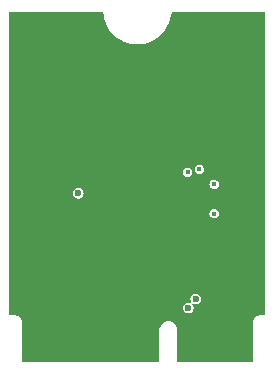
<source format=gbr>
%TF.GenerationSoftware,KiCad,Pcbnew,7.0.11-7.0.11~ubuntu22.04.1*%
%TF.CreationDate,2024-05-19T21:46:35+02:00*%
%TF.ProjectId,m.2_usd,6d2e325f-7573-4642-9e6b-696361645f70,rev?*%
%TF.SameCoordinates,Original*%
%TF.FileFunction,Copper,L2,Inr*%
%TF.FilePolarity,Positive*%
%FSLAX46Y46*%
G04 Gerber Fmt 4.6, Leading zero omitted, Abs format (unit mm)*
G04 Created by KiCad (PCBNEW 7.0.11-7.0.11~ubuntu22.04.1) date 2024-05-19 21:46:35*
%MOMM*%
%LPD*%
G01*
G04 APERTURE LIST*
%TA.AperFunction,ViaPad*%
%ADD10C,0.600000*%
%TD*%
%TA.AperFunction,ViaPad*%
%ADD11C,0.450000*%
%TD*%
G04 APERTURE END LIST*
D10*
%TO.N,GND*%
X3575000Y7925000D03*
X-2500000Y10650000D03*
X-1150000Y9500000D03*
X-350000Y9550000D03*
X-2500000Y14150000D03*
X2750000Y18750000D03*
X1100000Y18750000D03*
X-2500000Y18450000D03*
X-700000Y19000000D03*
X4100000Y3800000D03*
X4100000Y3050000D03*
X7950000Y6675000D03*
X7950000Y4925000D03*
X7950000Y5800000D03*
X7950000Y7550000D03*
X7950000Y4050000D03*
X7950000Y10975000D03*
X650000Y14350000D03*
X-50000Y14350000D03*
X0Y15250000D03*
X6950000Y15800000D03*
X5900000Y15900000D03*
X7150000Y14350000D03*
X-100000Y12600000D03*
X3600000Y14700000D03*
X6100000Y11800000D03*
X9800000Y4700000D03*
X400000Y9750000D03*
X3600000Y5350000D03*
X750000Y15150000D03*
X2800000Y15051669D03*
X3640648Y4445475D03*
X7500000Y15000000D03*
X7900000Y12800000D03*
X-2500000Y15800000D03*
X-1900000Y9500000D03*
X250000Y18750000D03*
X3600000Y7050000D03*
X7950000Y8350000D03*
X1950000Y18750000D03*
X-2500000Y9950000D03*
X7950000Y11850000D03*
X-2500000Y16550000D03*
X4550000Y18100000D03*
X-2500000Y11500000D03*
X7500000Y13600000D03*
X1150000Y9750000D03*
X-2000000Y19000000D03*
X-2500000Y17300000D03*
X3600000Y18700000D03*
X7950000Y10100000D03*
X3600000Y6300000D03*
X5250000Y17400000D03*
X5850000Y16900000D03*
X-5100000Y12925000D03*
X7950000Y9225000D03*
%TO.N,+3V3*%
X-5000000Y14475000D03*
D11*
%TO.N,CMD*%
X6500000Y12750000D03*
X6500000Y15250000D03*
%TO.N,DAT2*%
X5250000Y16500000D03*
D10*
X4946294Y5521294D03*
%TO.N,DAT3*%
X4315775Y4772136D03*
D11*
X4250000Y16250000D03*
%TD*%
%TA.AperFunction,Conductor*%
%TO.N,GND*%
G36*
X-2910001Y29836774D02*
G01*
X-2897548Y29810916D01*
X-2864024Y29513383D01*
X-2791532Y29195773D01*
X-2683935Y28888278D01*
X-2683932Y28888273D01*
X-2683932Y28888271D01*
X-2542588Y28594769D01*
X-2542579Y28594753D01*
X-2369266Y28318926D01*
X-2369263Y28318922D01*
X-2369261Y28318919D01*
X-2166143Y28064217D01*
X-1935783Y27833857D01*
X-1681081Y27630739D01*
X-1681073Y27630733D01*
X-1405246Y27457420D01*
X-1405230Y27457411D01*
X-1111728Y27316067D01*
X-1111722Y27316065D01*
X-804227Y27208468D01*
X-545638Y27149447D01*
X-486618Y27135976D01*
X-432662Y27129896D01*
X-162889Y27099500D01*
X-162884Y27099500D01*
X162884Y27099500D01*
X162889Y27099500D01*
X432662Y27129896D01*
X486618Y27135976D01*
X545638Y27149447D01*
X804227Y27208468D01*
X1111722Y27316065D01*
X1111728Y27316067D01*
X1405230Y27457411D01*
X1405246Y27457420D01*
X1681073Y27630733D01*
X1681081Y27630739D01*
X1935783Y27833857D01*
X2166143Y28064217D01*
X2369261Y28318919D01*
X2369263Y28318922D01*
X2369266Y28318926D01*
X2542579Y28594753D01*
X2542588Y28594769D01*
X2683932Y28888271D01*
X2683932Y28888273D01*
X2683935Y28888278D01*
X2791532Y29195773D01*
X2864024Y29513383D01*
X2897548Y29810915D01*
X2913634Y29840021D01*
X2940725Y29849500D01*
X10806050Y29849500D01*
X10836774Y29836774D01*
X10849500Y29806050D01*
X10849500Y4193950D01*
X10836774Y4163226D01*
X10806050Y4150500D01*
X10434351Y4150500D01*
X10400000Y4150500D01*
X10326706Y4150500D01*
X10183794Y4117881D01*
X10183792Y4117880D01*
X10051721Y4054278D01*
X10008504Y4019813D01*
X9937117Y3962883D01*
X9937114Y3962879D01*
X9845721Y3848278D01*
X9782119Y3716207D01*
X9749500Y3573294D01*
X9749500Y193950D01*
X9736774Y163226D01*
X9706050Y150500D01*
X3418950Y150500D01*
X3388226Y163226D01*
X3375500Y193950D01*
X3375500Y2978878D01*
X3375500Y2978881D01*
X3342700Y3133195D01*
X3342697Y3133201D01*
X3342698Y3133201D01*
X3278534Y3277312D01*
X3278532Y3277317D01*
X3185802Y3404949D01*
X3068563Y3510512D01*
X2931937Y3589392D01*
X2781897Y3638143D01*
X2625000Y3654634D01*
X2483024Y3639711D01*
X2468102Y3638143D01*
X2468101Y3638142D01*
X2318063Y3589392D01*
X2181437Y3510512D01*
X2064198Y3404949D01*
X1971469Y3277318D01*
X1971465Y3277312D01*
X1907302Y3133201D01*
X1907301Y3133198D01*
X1907300Y3133195D01*
X1874500Y2978881D01*
X1874500Y2978878D01*
X1874500Y193950D01*
X1861774Y163226D01*
X1831050Y150500D01*
X-9706050Y150500D01*
X-9736774Y163226D01*
X-9749500Y193950D01*
X-9749500Y3573294D01*
X-9782119Y3716207D01*
X-9845721Y3848278D01*
X-9937114Y3962879D01*
X-9937117Y3962883D01*
X-10051722Y4054278D01*
X-10051721Y4054278D01*
X-10183792Y4117880D01*
X-10183794Y4117881D01*
X-10326706Y4150500D01*
X-10806050Y4150500D01*
X-10836774Y4163226D01*
X-10849500Y4193950D01*
X-10849500Y4772136D01*
X3860642Y4772136D01*
X3879078Y4643910D01*
X3932891Y4526075D01*
X3932892Y4526073D01*
X4017727Y4428168D01*
X4126702Y4358133D01*
X4126710Y4358130D01*
X4251002Y4321636D01*
X4251003Y4321636D01*
X4380548Y4321636D01*
X4504839Y4358130D01*
X4504847Y4358133D01*
X4613822Y4428168D01*
X4613823Y4428168D01*
X4698657Y4526073D01*
X4698658Y4526075D01*
X4702947Y4535468D01*
X4752472Y4643910D01*
X4770908Y4772136D01*
X4752472Y4900362D01*
X4698657Y5018199D01*
X4648746Y5075799D01*
X4638245Y5107352D01*
X4653130Y5137089D01*
X4684684Y5147591D01*
X4705073Y5140805D01*
X4757225Y5107290D01*
X4757227Y5107289D01*
X4757229Y5107288D01*
X4881521Y5070794D01*
X4881522Y5070794D01*
X5011067Y5070794D01*
X5135358Y5107288D01*
X5135366Y5107291D01*
X5244341Y5177326D01*
X5244342Y5177326D01*
X5329176Y5275231D01*
X5329177Y5275233D01*
X5333466Y5284626D01*
X5382991Y5393068D01*
X5401427Y5521294D01*
X5382991Y5649520D01*
X5329176Y5767357D01*
X5244343Y5865261D01*
X5135363Y5935298D01*
X5058977Y5957726D01*
X5011067Y5971794D01*
X5011066Y5971794D01*
X4881522Y5971794D01*
X4881521Y5971794D01*
X4803557Y5948902D01*
X4757225Y5935298D01*
X4757223Y5935296D01*
X4757221Y5935296D01*
X4705967Y5902357D01*
X4648245Y5865261D01*
X4563411Y5767356D01*
X4563410Y5767354D01*
X4509597Y5649519D01*
X4491161Y5521294D01*
X4509597Y5393068D01*
X4563410Y5275233D01*
X4563412Y5275231D01*
X4613322Y5217630D01*
X4623823Y5186076D01*
X4608937Y5156339D01*
X4577383Y5145838D01*
X4556996Y5152623D01*
X4504844Y5186140D01*
X4428458Y5208568D01*
X4380548Y5222636D01*
X4380547Y5222636D01*
X4251003Y5222636D01*
X4251002Y5222636D01*
X4173038Y5199744D01*
X4126706Y5186140D01*
X4126704Y5186138D01*
X4126702Y5186138D01*
X4080335Y5156339D01*
X4017726Y5116103D01*
X3932892Y5018198D01*
X3932891Y5018196D01*
X3879078Y4900361D01*
X3860642Y4772136D01*
X-10849500Y4772136D01*
X-10849500Y12749999D01*
X6094508Y12749999D01*
X6114354Y12624695D01*
X6114354Y12624694D01*
X6171948Y12511659D01*
X6261659Y12421948D01*
X6374694Y12364354D01*
X6499999Y12344508D01*
X6500000Y12344508D01*
X6500001Y12344508D01*
X6625304Y12364354D01*
X6625305Y12364354D01*
X6738340Y12421948D01*
X6828051Y12511659D01*
X6885645Y12624694D01*
X6885645Y12624695D01*
X6885646Y12624696D01*
X6905492Y12750000D01*
X6885646Y12875304D01*
X6828050Y12988342D01*
X6738342Y13078050D01*
X6625304Y13135646D01*
X6519847Y13152348D01*
X6500001Y13155492D01*
X6499999Y13155492D01*
X6480153Y13152348D01*
X6374696Y13135646D01*
X6374694Y13135645D01*
X6261659Y13078051D01*
X6171948Y12988340D01*
X6114354Y12875305D01*
X6114354Y12875304D01*
X6094508Y12750000D01*
X6094508Y12749999D01*
X-10849500Y12749999D01*
X-10849500Y14475000D01*
X-5455133Y14475000D01*
X-5436697Y14346774D01*
X-5382882Y14228937D01*
X-5298049Y14131033D01*
X-5298047Y14131032D01*
X-5189072Y14060997D01*
X-5189064Y14060994D01*
X-5064773Y14024500D01*
X-5064772Y14024500D01*
X-4935227Y14024500D01*
X-4810935Y14060994D01*
X-4810927Y14060997D01*
X-4701952Y14131032D01*
X-4701951Y14131032D01*
X-4617117Y14228937D01*
X-4617116Y14228939D01*
X-4563303Y14346774D01*
X-4544867Y14475000D01*
X-4563303Y14603225D01*
X-4617116Y14721060D01*
X-4617117Y14721062D01*
X-4627109Y14732593D01*
X-4701951Y14818967D01*
X-4772575Y14864354D01*
X-4810927Y14889002D01*
X-4810929Y14889002D01*
X-4810931Y14889004D01*
X-4857263Y14902608D01*
X-4935227Y14925500D01*
X-4935228Y14925500D01*
X-5064772Y14925500D01*
X-5064773Y14925500D01*
X-5112683Y14911432D01*
X-5189069Y14889004D01*
X-5298049Y14818967D01*
X-5382882Y14721063D01*
X-5436697Y14603226D01*
X-5455133Y14475000D01*
X-10849500Y14475000D01*
X-10849500Y15249999D01*
X6094508Y15249999D01*
X6114354Y15124695D01*
X6114354Y15124694D01*
X6171948Y15011659D01*
X6261659Y14921948D01*
X6374694Y14864354D01*
X6499999Y14844508D01*
X6500000Y14844508D01*
X6500001Y14844508D01*
X6625304Y14864354D01*
X6625305Y14864354D01*
X6738340Y14921948D01*
X6828051Y15011659D01*
X6885645Y15124694D01*
X6885645Y15124695D01*
X6885646Y15124696D01*
X6905492Y15250000D01*
X6885646Y15375304D01*
X6828050Y15488342D01*
X6738342Y15578050D01*
X6625304Y15635646D01*
X6519847Y15652348D01*
X6500001Y15655492D01*
X6499999Y15655492D01*
X6480153Y15652348D01*
X6374696Y15635646D01*
X6374694Y15635645D01*
X6261659Y15578051D01*
X6171948Y15488340D01*
X6114354Y15375305D01*
X6114354Y15375304D01*
X6094508Y15250000D01*
X6094508Y15249999D01*
X-10849500Y15249999D01*
X-10849500Y16249999D01*
X3844508Y16249999D01*
X3864354Y16124695D01*
X3864354Y16124694D01*
X3921948Y16011659D01*
X4011659Y15921948D01*
X4124694Y15864354D01*
X4249999Y15844508D01*
X4250000Y15844508D01*
X4250001Y15844508D01*
X4375304Y15864354D01*
X4375305Y15864354D01*
X4488340Y15921948D01*
X4578051Y16011659D01*
X4635645Y16124694D01*
X4635645Y16124695D01*
X4635646Y16124696D01*
X4655492Y16250000D01*
X4635646Y16375304D01*
X4578050Y16488342D01*
X4566393Y16499999D01*
X4844508Y16499999D01*
X4864354Y16374695D01*
X4864354Y16374694D01*
X4921948Y16261659D01*
X5011659Y16171948D01*
X5124694Y16114354D01*
X5249999Y16094508D01*
X5250000Y16094508D01*
X5250001Y16094508D01*
X5375304Y16114354D01*
X5375305Y16114354D01*
X5488340Y16171948D01*
X5578051Y16261659D01*
X5635645Y16374694D01*
X5635645Y16374695D01*
X5635646Y16374696D01*
X5655492Y16500000D01*
X5635646Y16625304D01*
X5578050Y16738342D01*
X5488342Y16828050D01*
X5375304Y16885646D01*
X5269847Y16902348D01*
X5250001Y16905492D01*
X5249999Y16905492D01*
X5230153Y16902348D01*
X5124696Y16885646D01*
X5124694Y16885645D01*
X5011659Y16828051D01*
X4921948Y16738340D01*
X4864354Y16625305D01*
X4864354Y16625304D01*
X4844508Y16500000D01*
X4844508Y16499999D01*
X4566393Y16499999D01*
X4488342Y16578050D01*
X4375304Y16635646D01*
X4269847Y16652348D01*
X4250001Y16655492D01*
X4249999Y16655492D01*
X4230153Y16652348D01*
X4124696Y16635646D01*
X4124694Y16635645D01*
X4011659Y16578051D01*
X3921948Y16488340D01*
X3864354Y16375305D01*
X3864354Y16375304D01*
X3844508Y16250000D01*
X3844508Y16249999D01*
X-10849500Y16249999D01*
X-10849500Y29806050D01*
X-10836774Y29836774D01*
X-10806050Y29849500D01*
X-2940725Y29849500D01*
X-2910001Y29836774D01*
G37*
%TD.AperFunction*%
%TD*%
M02*

</source>
